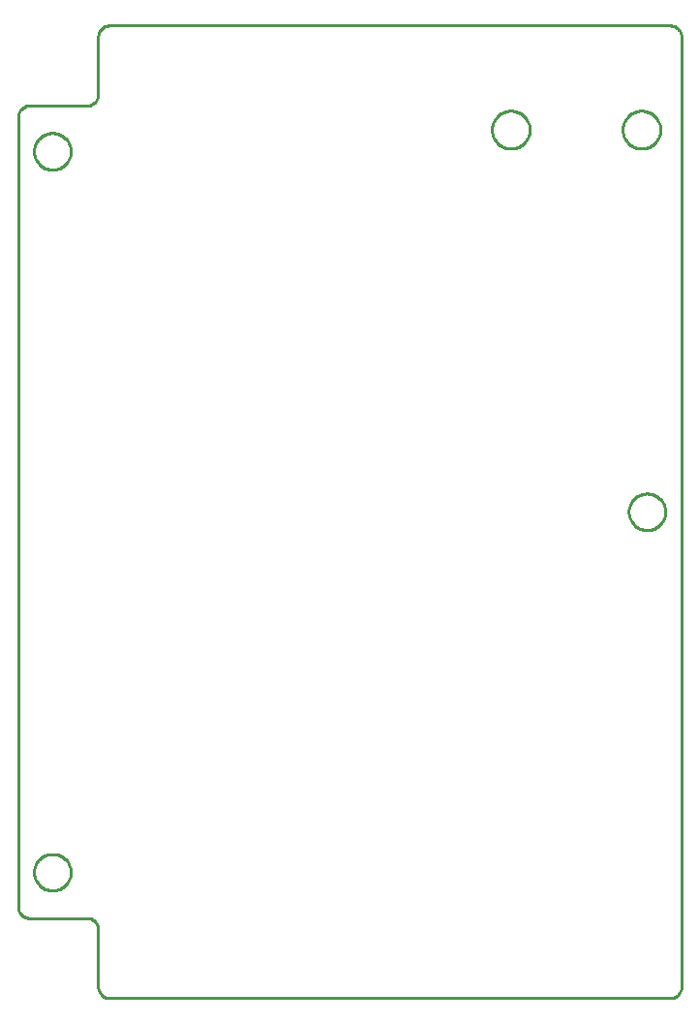
<source format=gko>
G04 EAGLE Gerber X2 export*
%TF.Part,Single*%
%TF.FileFunction,Profile,NP*%
%TF.FilePolarity,Positive*%
%TF.GenerationSoftware,Autodesk,EAGLE,9.4.2*%
%TF.CreationDate,2019-11-19T20:24:05Z*%
G75*
%MOMM*%
%FSLAX36Y36*%
%LPD*%
%INOutline*%
%AMOC8*
5,1,8,0,0,1.08239X$1,22.5*%
G01*
%ADD10C,0.254000*%


D10*
X0Y8000000D02*
X3806Y7912844D01*
X15194Y7826353D01*
X34075Y7741181D01*
X60306Y7657981D01*
X93694Y7577381D01*
X133975Y7500000D01*
X180847Y7426425D01*
X233956Y7357213D01*
X292894Y7292894D01*
X357213Y7233956D01*
X426425Y7180847D01*
X500000Y7133975D01*
X577381Y7093694D01*
X657981Y7060306D01*
X741181Y7034075D01*
X826353Y7015194D01*
X912844Y7003806D01*
X1000000Y7000000D01*
X6000000Y7000000D01*
X6087156Y6996194D01*
X6173647Y6984806D01*
X6258819Y6965925D01*
X6342019Y6939694D01*
X6422619Y6906306D01*
X6500000Y6866025D01*
X6573575Y6819153D01*
X6642788Y6766044D01*
X6707106Y6707106D01*
X6766044Y6642788D01*
X6819153Y6573575D01*
X6866025Y6500000D01*
X6906306Y6422619D01*
X6939694Y6342019D01*
X6965925Y6258819D01*
X6984806Y6173647D01*
X6996194Y6087156D01*
X7000000Y6000000D01*
X7000000Y1000000D01*
X7003806Y912844D01*
X7015194Y826353D01*
X7034075Y741181D01*
X7060306Y657981D01*
X7093694Y577381D01*
X7133975Y500000D01*
X7180847Y426425D01*
X7233956Y357213D01*
X7292894Y292894D01*
X7357213Y233956D01*
X7426425Y180847D01*
X7500000Y133975D01*
X7577381Y93694D01*
X7657981Y60306D01*
X7741181Y34075D01*
X7826353Y15194D01*
X7912844Y3806D01*
X8000000Y0D01*
X57000000Y0D01*
X57087156Y3806D01*
X57173647Y15194D01*
X57258819Y34075D01*
X57342019Y60306D01*
X57422619Y93694D01*
X57500000Y133975D01*
X57573575Y180847D01*
X57642788Y233956D01*
X57707106Y292894D01*
X57766044Y357213D01*
X57819153Y426425D01*
X57866025Y500000D01*
X57906306Y577381D01*
X57939694Y657981D01*
X57965925Y741181D01*
X57984806Y826353D01*
X57996194Y912844D01*
X58000000Y1000000D01*
X58000000Y84000000D01*
X57996194Y84087156D01*
X57984806Y84173647D01*
X57965925Y84258819D01*
X57939694Y84342019D01*
X57906306Y84422619D01*
X57866025Y84500000D01*
X57819153Y84573575D01*
X57766044Y84642788D01*
X57707106Y84707106D01*
X57642788Y84766044D01*
X57573575Y84819153D01*
X57500000Y84866025D01*
X57422619Y84906306D01*
X57342019Y84939694D01*
X57258819Y84965925D01*
X57173647Y84984806D01*
X57087156Y84996194D01*
X57000000Y85000000D01*
X8000000Y85000000D01*
X7912844Y84996194D01*
X7826353Y84984806D01*
X7741181Y84965925D01*
X7657981Y84939694D01*
X7577381Y84906306D01*
X7500000Y84866025D01*
X7426425Y84819153D01*
X7357213Y84766044D01*
X7292894Y84707106D01*
X7233956Y84642788D01*
X7180847Y84573575D01*
X7133975Y84500000D01*
X7093694Y84422619D01*
X7060306Y84342019D01*
X7034075Y84258819D01*
X7015194Y84173647D01*
X7003806Y84087156D01*
X7000000Y84000000D01*
X7000000Y79000000D01*
X6996194Y78912844D01*
X6984806Y78826353D01*
X6965925Y78741181D01*
X6939694Y78657981D01*
X6906306Y78577381D01*
X6866025Y78500000D01*
X6819153Y78426425D01*
X6766044Y78357213D01*
X6707106Y78292894D01*
X6642788Y78233956D01*
X6573575Y78180847D01*
X6500000Y78133975D01*
X6422619Y78093694D01*
X6342019Y78060306D01*
X6258819Y78034075D01*
X6173647Y78015194D01*
X6087156Y78003806D01*
X6000000Y78000000D01*
X1000000Y78000000D01*
X912844Y77996194D01*
X826353Y77984806D01*
X741181Y77965925D01*
X657981Y77939694D01*
X577381Y77906306D01*
X500000Y77866025D01*
X426425Y77819153D01*
X357213Y77766044D01*
X292894Y77707106D01*
X233956Y77642788D01*
X180847Y77573575D01*
X133975Y77500000D01*
X93694Y77422619D01*
X60306Y77342019D01*
X34075Y77258819D01*
X15194Y77173647D01*
X3806Y77087156D01*
X0Y77000000D01*
X0Y8000000D01*
X4600000Y73947622D02*
X4593150Y73843088D01*
X4579475Y73739228D01*
X4559038Y73636484D01*
X4531925Y73535297D01*
X4498253Y73436097D01*
X4458163Y73339316D01*
X4411831Y73245363D01*
X4359450Y73154638D01*
X4301250Y73067538D01*
X4237478Y72984428D01*
X4168409Y72905666D01*
X4094334Y72831591D01*
X4015572Y72762522D01*
X3932463Y72698750D01*
X3845363Y72640550D01*
X3754638Y72588169D01*
X3660684Y72541838D01*
X3563903Y72501747D01*
X3464703Y72468075D01*
X3363516Y72440963D01*
X3260772Y72420525D01*
X3156913Y72406850D01*
X3052378Y72400000D01*
X2947622Y72400000D01*
X2843088Y72406850D01*
X2739228Y72420525D01*
X2636484Y72440963D01*
X2535297Y72468075D01*
X2436097Y72501747D01*
X2339316Y72541838D01*
X2245363Y72588169D01*
X2154638Y72640550D01*
X2067538Y72698750D01*
X1984428Y72762522D01*
X1905666Y72831591D01*
X1831591Y72905666D01*
X1762522Y72984428D01*
X1698750Y73067538D01*
X1640550Y73154638D01*
X1588169Y73245363D01*
X1541838Y73339316D01*
X1501747Y73436097D01*
X1468075Y73535297D01*
X1440963Y73636484D01*
X1420525Y73739228D01*
X1406850Y73843088D01*
X1400000Y73947622D01*
X1400000Y74052378D01*
X1406850Y74156913D01*
X1420525Y74260772D01*
X1440963Y74363516D01*
X1468075Y74464703D01*
X1501747Y74563903D01*
X1541838Y74660684D01*
X1588169Y74754638D01*
X1640550Y74845363D01*
X1698750Y74932463D01*
X1762522Y75015572D01*
X1831591Y75094334D01*
X1905666Y75168409D01*
X1984428Y75237478D01*
X2067538Y75301250D01*
X2154638Y75359450D01*
X2245363Y75411831D01*
X2339316Y75458163D01*
X2436097Y75498253D01*
X2535297Y75531925D01*
X2636484Y75559038D01*
X2739228Y75579475D01*
X2843088Y75593150D01*
X2947622Y75600000D01*
X3052378Y75600000D01*
X3156913Y75593150D01*
X3260772Y75579475D01*
X3363516Y75559038D01*
X3464703Y75531925D01*
X3563903Y75498253D01*
X3660684Y75458163D01*
X3754638Y75411831D01*
X3845363Y75359450D01*
X3932463Y75301250D01*
X4015572Y75237478D01*
X4094334Y75168409D01*
X4168409Y75094334D01*
X4237478Y75015572D01*
X4301250Y74932463D01*
X4359450Y74845363D01*
X4411831Y74754638D01*
X4458163Y74660684D01*
X4498253Y74563903D01*
X4531925Y74464703D01*
X4559038Y74363516D01*
X4579475Y74260772D01*
X4593150Y74156913D01*
X4600000Y74052378D01*
X4600000Y73947622D01*
X4600000Y10947622D02*
X4593150Y10843088D01*
X4579475Y10739228D01*
X4559038Y10636484D01*
X4531925Y10535297D01*
X4498253Y10436097D01*
X4458163Y10339316D01*
X4411831Y10245363D01*
X4359450Y10154638D01*
X4301250Y10067538D01*
X4237478Y9984428D01*
X4168409Y9905666D01*
X4094334Y9831591D01*
X4015572Y9762522D01*
X3932463Y9698750D01*
X3845363Y9640550D01*
X3754638Y9588169D01*
X3660684Y9541838D01*
X3563903Y9501747D01*
X3464703Y9468075D01*
X3363516Y9440963D01*
X3260772Y9420525D01*
X3156913Y9406850D01*
X3052378Y9400000D01*
X2947622Y9400000D01*
X2843088Y9406850D01*
X2739228Y9420525D01*
X2636484Y9440963D01*
X2535297Y9468075D01*
X2436097Y9501747D01*
X2339316Y9541838D01*
X2245363Y9588169D01*
X2154638Y9640550D01*
X2067538Y9698750D01*
X1984428Y9762522D01*
X1905666Y9831591D01*
X1831591Y9905666D01*
X1762522Y9984428D01*
X1698750Y10067538D01*
X1640550Y10154638D01*
X1588169Y10245363D01*
X1541838Y10339316D01*
X1501747Y10436097D01*
X1468075Y10535297D01*
X1440963Y10636484D01*
X1420525Y10739228D01*
X1406850Y10843088D01*
X1400000Y10947622D01*
X1400000Y11052378D01*
X1406850Y11156913D01*
X1420525Y11260772D01*
X1440963Y11363516D01*
X1468075Y11464703D01*
X1501747Y11563903D01*
X1541838Y11660684D01*
X1588169Y11754638D01*
X1640550Y11845363D01*
X1698750Y11932463D01*
X1762522Y12015572D01*
X1831591Y12094334D01*
X1905666Y12168409D01*
X1984428Y12237478D01*
X2067538Y12301250D01*
X2154638Y12359450D01*
X2245363Y12411831D01*
X2339316Y12458163D01*
X2436097Y12498253D01*
X2535297Y12531925D01*
X2636484Y12559038D01*
X2739228Y12579475D01*
X2843088Y12593150D01*
X2947622Y12600000D01*
X3052378Y12600000D01*
X3156913Y12593150D01*
X3260772Y12579475D01*
X3363516Y12559038D01*
X3464703Y12531925D01*
X3563903Y12498253D01*
X3660684Y12458163D01*
X3754638Y12411831D01*
X3845363Y12359450D01*
X3932463Y12301250D01*
X4015572Y12237478D01*
X4094334Y12168409D01*
X4168409Y12094334D01*
X4237478Y12015572D01*
X4301250Y11932463D01*
X4359450Y11845363D01*
X4411831Y11754638D01*
X4458163Y11660684D01*
X4498253Y11563903D01*
X4531925Y11464703D01*
X4559038Y11363516D01*
X4579475Y11260772D01*
X4593150Y11156913D01*
X4600000Y11052378D01*
X4600000Y10947622D01*
X56600000Y42447622D02*
X56593150Y42343088D01*
X56579475Y42239228D01*
X56559038Y42136484D01*
X56531925Y42035297D01*
X56498253Y41936097D01*
X56458163Y41839316D01*
X56411831Y41745363D01*
X56359450Y41654638D01*
X56301250Y41567538D01*
X56237478Y41484428D01*
X56168409Y41405666D01*
X56094334Y41331591D01*
X56015572Y41262522D01*
X55932463Y41198750D01*
X55845363Y41140550D01*
X55754638Y41088169D01*
X55660684Y41041838D01*
X55563903Y41001747D01*
X55464703Y40968075D01*
X55363516Y40940963D01*
X55260772Y40920525D01*
X55156913Y40906850D01*
X55052378Y40900000D01*
X54947622Y40900000D01*
X54843088Y40906850D01*
X54739228Y40920525D01*
X54636484Y40940963D01*
X54535297Y40968075D01*
X54436097Y41001747D01*
X54339316Y41041838D01*
X54245363Y41088169D01*
X54154638Y41140550D01*
X54067538Y41198750D01*
X53984428Y41262522D01*
X53905666Y41331591D01*
X53831591Y41405666D01*
X53762522Y41484428D01*
X53698750Y41567538D01*
X53640550Y41654638D01*
X53588169Y41745363D01*
X53541838Y41839316D01*
X53501747Y41936097D01*
X53468075Y42035297D01*
X53440963Y42136484D01*
X53420525Y42239228D01*
X53406850Y42343088D01*
X53400000Y42447622D01*
X53400000Y42552378D01*
X53406850Y42656913D01*
X53420525Y42760772D01*
X53440963Y42863516D01*
X53468075Y42964703D01*
X53501747Y43063903D01*
X53541838Y43160684D01*
X53588169Y43254638D01*
X53640550Y43345363D01*
X53698750Y43432463D01*
X53762522Y43515572D01*
X53831591Y43594334D01*
X53905666Y43668409D01*
X53984428Y43737478D01*
X54067538Y43801250D01*
X54154638Y43859450D01*
X54245363Y43911831D01*
X54339316Y43958163D01*
X54436097Y43998253D01*
X54535297Y44031925D01*
X54636484Y44059038D01*
X54739228Y44079475D01*
X54843088Y44093150D01*
X54947622Y44100000D01*
X55052378Y44100000D01*
X55156913Y44093150D01*
X55260772Y44079475D01*
X55363516Y44059038D01*
X55464703Y44031925D01*
X55563903Y43998253D01*
X55660684Y43958163D01*
X55754638Y43911831D01*
X55845363Y43859450D01*
X55932463Y43801250D01*
X56015572Y43737478D01*
X56094334Y43668409D01*
X56168409Y43594334D01*
X56237478Y43515572D01*
X56301250Y43432463D01*
X56359450Y43345363D01*
X56411831Y43254638D01*
X56458163Y43160684D01*
X56498253Y43063903D01*
X56531925Y42964703D01*
X56559038Y42863516D01*
X56579475Y42760772D01*
X56593150Y42656913D01*
X56600000Y42552378D01*
X56600000Y42447622D01*
X52865000Y75954016D02*
X52872066Y76061816D01*
X52886166Y76168922D01*
X52907241Y76274875D01*
X52935203Y76379225D01*
X52969928Y76481525D01*
X53011269Y76581331D01*
X53059050Y76678222D01*
X53113066Y76771778D01*
X53173084Y76861603D01*
X53238850Y76947309D01*
X53310078Y77028531D01*
X53386469Y77104922D01*
X53467691Y77176150D01*
X53553397Y77241916D01*
X53643222Y77301934D01*
X53736778Y77355950D01*
X53833669Y77403731D01*
X53933475Y77445072D01*
X54035775Y77479797D01*
X54140125Y77507759D01*
X54246078Y77528834D01*
X54353184Y77542934D01*
X54460984Y77550000D01*
X54569016Y77550000D01*
X54676816Y77542934D01*
X54783922Y77528834D01*
X54889875Y77507759D01*
X54994225Y77479797D01*
X55096525Y77445072D01*
X55196331Y77403731D01*
X55293222Y77355950D01*
X55386778Y77301934D01*
X55476603Y77241916D01*
X55562309Y77176150D01*
X55643531Y77104922D01*
X55719922Y77028531D01*
X55791150Y76947309D01*
X55856916Y76861603D01*
X55916934Y76771778D01*
X55970950Y76678222D01*
X56018731Y76581331D01*
X56060072Y76481525D01*
X56094797Y76379225D01*
X56122759Y76274875D01*
X56143834Y76168922D01*
X56157934Y76061816D01*
X56165000Y75954016D01*
X56165000Y75845984D01*
X56157934Y75738184D01*
X56143834Y75631078D01*
X56122759Y75525125D01*
X56094797Y75420775D01*
X56060072Y75318475D01*
X56018731Y75218669D01*
X55970950Y75121778D01*
X55916934Y75028222D01*
X55856916Y74938397D01*
X55791150Y74852691D01*
X55719922Y74771469D01*
X55643531Y74695078D01*
X55562309Y74623850D01*
X55476603Y74558084D01*
X55386778Y74498066D01*
X55293222Y74444050D01*
X55196331Y74396269D01*
X55096525Y74354928D01*
X54994225Y74320203D01*
X54889875Y74292241D01*
X54783922Y74271166D01*
X54676816Y74257066D01*
X54569016Y74250000D01*
X54460984Y74250000D01*
X54353184Y74257066D01*
X54246078Y74271166D01*
X54140125Y74292241D01*
X54035775Y74320203D01*
X53933475Y74354928D01*
X53833669Y74396269D01*
X53736778Y74444050D01*
X53643222Y74498066D01*
X53553397Y74558084D01*
X53467691Y74623850D01*
X53386469Y74695078D01*
X53310078Y74771469D01*
X53238850Y74852691D01*
X53173084Y74938397D01*
X53113066Y75028222D01*
X53059050Y75121778D01*
X53011269Y75218669D01*
X52969928Y75318475D01*
X52935203Y75420775D01*
X52907241Y75525125D01*
X52886166Y75631078D01*
X52872066Y75738184D01*
X52865000Y75845984D01*
X52865000Y75954016D01*
X41435000Y75954016D02*
X41442066Y76061816D01*
X41456166Y76168922D01*
X41477241Y76274875D01*
X41505203Y76379225D01*
X41539928Y76481525D01*
X41581269Y76581331D01*
X41629050Y76678222D01*
X41683066Y76771778D01*
X41743084Y76861603D01*
X41808850Y76947309D01*
X41880078Y77028531D01*
X41956469Y77104922D01*
X42037691Y77176150D01*
X42123397Y77241916D01*
X42213222Y77301934D01*
X42306778Y77355950D01*
X42403669Y77403731D01*
X42503475Y77445072D01*
X42605775Y77479797D01*
X42710125Y77507759D01*
X42816078Y77528834D01*
X42923184Y77542934D01*
X43030984Y77550000D01*
X43139016Y77550000D01*
X43246816Y77542934D01*
X43353922Y77528834D01*
X43459875Y77507759D01*
X43564225Y77479797D01*
X43666525Y77445072D01*
X43766331Y77403731D01*
X43863222Y77355950D01*
X43956778Y77301934D01*
X44046603Y77241916D01*
X44132309Y77176150D01*
X44213531Y77104922D01*
X44289922Y77028531D01*
X44361150Y76947309D01*
X44426916Y76861603D01*
X44486934Y76771778D01*
X44540950Y76678222D01*
X44588731Y76581331D01*
X44630072Y76481525D01*
X44664797Y76379225D01*
X44692759Y76274875D01*
X44713834Y76168922D01*
X44727934Y76061816D01*
X44735000Y75954016D01*
X44735000Y75845984D01*
X44727934Y75738184D01*
X44713834Y75631078D01*
X44692759Y75525125D01*
X44664797Y75420775D01*
X44630072Y75318475D01*
X44588731Y75218669D01*
X44540950Y75121778D01*
X44486934Y75028222D01*
X44426916Y74938397D01*
X44361150Y74852691D01*
X44289922Y74771469D01*
X44213531Y74695078D01*
X44132309Y74623850D01*
X44046603Y74558084D01*
X43956778Y74498066D01*
X43863222Y74444050D01*
X43766331Y74396269D01*
X43666525Y74354928D01*
X43564225Y74320203D01*
X43459875Y74292241D01*
X43353922Y74271166D01*
X43246816Y74257066D01*
X43139016Y74250000D01*
X43030984Y74250000D01*
X42923184Y74257066D01*
X42816078Y74271166D01*
X42710125Y74292241D01*
X42605775Y74320203D01*
X42503475Y74354928D01*
X42403669Y74396269D01*
X42306778Y74444050D01*
X42213222Y74498066D01*
X42123397Y74558084D01*
X42037691Y74623850D01*
X41956469Y74695078D01*
X41880078Y74771469D01*
X41808850Y74852691D01*
X41743084Y74938397D01*
X41683066Y75028222D01*
X41629050Y75121778D01*
X41581269Y75218669D01*
X41539928Y75318475D01*
X41505203Y75420775D01*
X41477241Y75525125D01*
X41456166Y75631078D01*
X41442066Y75738184D01*
X41435000Y75845984D01*
X41435000Y75954016D01*
M02*

</source>
